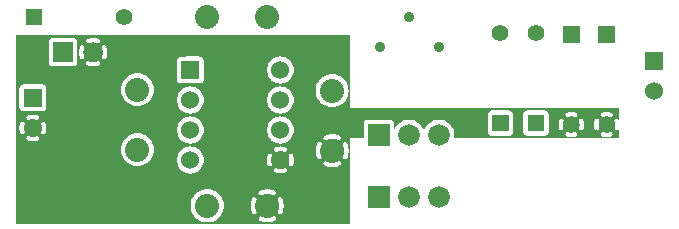
<source format=gbr>
G04 start of page 3 for group 1 idx 1 *
G04 Title: OpenTDCS, v4, solder *
G04 Creator: pcb 1.99z *
G04 CreationDate: Thu 18 Oct 2012 01:14:54 AM GMT UTC *
G04 For: nock *
G04 Format: Gerber/RS-274X *
G04 PCB-Dimensions (mil): 2250.00 850.00 *
G04 PCB-Coordinate-Origin: lower left *
%MOIN*%
%FSLAX25Y25*%
%LNBOTTOM*%
%ADD168C,0.0280*%
%ADD167C,0.0200*%
%ADD166C,0.0420*%
%ADD165C,0.0430*%
%ADD164C,0.0300*%
%ADD163C,0.0380*%
%ADD162C,0.0350*%
%ADD161C,0.0360*%
%ADD160C,0.0720*%
%ADD159C,0.0550*%
%ADD158C,0.0650*%
%ADD157C,0.0600*%
%ADD156C,0.0800*%
%ADD155C,0.0001*%
G54D155*G36*
X115157Y7244D02*X113745D01*
Y28680D01*
X113830Y28716D01*
X113931Y28778D01*
X114021Y28855D01*
X114097Y28945D01*
X114157Y29046D01*
X114374Y29515D01*
X114541Y30004D01*
X114661Y30507D01*
X114734Y31019D01*
X114758Y31535D01*
X114734Y32052D01*
X114661Y32564D01*
X114541Y33066D01*
X114374Y33556D01*
X114162Y34027D01*
X114101Y34129D01*
X114024Y34219D01*
X113934Y34296D01*
X113832Y34359D01*
X113745Y34395D01*
Y48340D01*
X114168Y49031D01*
X114499Y49831D01*
X114701Y50672D01*
X114752Y51535D01*
X114701Y52398D01*
X114499Y53240D01*
X114168Y54040D01*
X113745Y54731D01*
Y70236D01*
X115157D01*
Y7244D01*
G37*
G36*
X113745Y54731D02*X113715Y54778D01*
X113153Y55437D01*
X112495Y55999D01*
X111757Y56451D01*
X110957Y56782D01*
X110115Y56984D01*
X109254Y57052D01*
Y70236D01*
X113745D01*
Y54731D01*
G37*
G36*
Y7244D02*X109254D01*
Y26029D01*
X109768Y26054D01*
X110280Y26126D01*
X110783Y26246D01*
X111272Y26413D01*
X111744Y26625D01*
X111845Y26687D01*
X111936Y26764D01*
X112013Y26854D01*
X112075Y26955D01*
X112121Y27065D01*
X112149Y27180D01*
X112158Y27298D01*
X112149Y27417D01*
X112122Y27532D01*
X112076Y27642D01*
X112014Y27743D01*
X111937Y27834D01*
X111847Y27911D01*
X111746Y27973D01*
X111637Y28019D01*
X111521Y28047D01*
X111403Y28056D01*
X111284Y28047D01*
X111169Y28020D01*
X111060Y27972D01*
X110720Y27814D01*
X110364Y27693D01*
X109999Y27606D01*
X109627Y27553D01*
X109254Y27536D01*
Y35535D01*
X109627Y35518D01*
X109999Y35465D01*
X110364Y35378D01*
X110720Y35256D01*
X111062Y35102D01*
X111170Y35055D01*
X111285Y35028D01*
X111403Y35019D01*
X111520Y35028D01*
X111635Y35056D01*
X111744Y35101D01*
X111845Y35163D01*
X111934Y35240D01*
X112011Y35330D01*
X112072Y35431D01*
X112117Y35540D01*
X112145Y35655D01*
X112154Y35772D01*
X112144Y35890D01*
X112117Y36005D01*
X112071Y36114D01*
X112009Y36214D01*
X111933Y36304D01*
X111843Y36381D01*
X111741Y36440D01*
X111272Y36657D01*
X110783Y36824D01*
X110280Y36945D01*
X109768Y37017D01*
X109254Y37041D01*
Y46019D01*
X110115Y46086D01*
X110957Y46288D01*
X111757Y46620D01*
X112495Y47072D01*
X113153Y47634D01*
X113715Y48293D01*
X113745Y48340D01*
Y34395D01*
X113723Y34404D01*
X113607Y34432D01*
X113489Y34442D01*
X113371Y34433D01*
X113255Y34405D01*
X113145Y34360D01*
X113044Y34298D01*
X112954Y34221D01*
X112876Y34131D01*
X112814Y34030D01*
X112768Y33920D01*
X112741Y33805D01*
X112731Y33686D01*
X112740Y33568D01*
X112768Y33452D01*
X112815Y33344D01*
X112973Y33003D01*
X113094Y32648D01*
X113182Y32282D01*
X113234Y31911D01*
X113252Y31535D01*
X113234Y31160D01*
X113182Y30788D01*
X113094Y30423D01*
X112973Y30068D01*
X112819Y29725D01*
X112772Y29617D01*
X112745Y29502D01*
X112735Y29385D01*
X112745Y29267D01*
X112773Y29152D01*
X112818Y29043D01*
X112880Y28943D01*
X112957Y28853D01*
X113047Y28777D01*
X113147Y28715D01*
X113256Y28670D01*
X113371Y28643D01*
X113489Y28634D01*
X113607Y28643D01*
X113721Y28671D01*
X113745Y28680D01*
Y7244D01*
G37*
G36*
X104759Y70236D02*X109254D01*
Y57052D01*
X109252Y57052D01*
X108389Y56984D01*
X107547Y56782D01*
X106747Y56451D01*
X106009Y55999D01*
X105351Y55437D01*
X104789Y54778D01*
X104759Y54731D01*
Y70236D01*
G37*
G36*
X109254Y7244D02*X104759D01*
Y28676D01*
X104781Y28667D01*
X104897Y28639D01*
X105015Y28629D01*
X105133Y28638D01*
X105249Y28666D01*
X105359Y28711D01*
X105460Y28773D01*
X105550Y28850D01*
X105628Y28940D01*
X105690Y29041D01*
X105735Y29151D01*
X105763Y29266D01*
X105773Y29385D01*
X105764Y29503D01*
X105736Y29619D01*
X105689Y29727D01*
X105531Y30068D01*
X105410Y30423D01*
X105322Y30788D01*
X105270Y31160D01*
X105252Y31535D01*
X105270Y31911D01*
X105322Y32282D01*
X105410Y32648D01*
X105531Y33003D01*
X105685Y33346D01*
X105732Y33454D01*
X105759Y33569D01*
X105768Y33686D01*
X105759Y33804D01*
X105731Y33919D01*
X105686Y34028D01*
X105624Y34128D01*
X105547Y34218D01*
X105457Y34294D01*
X105357Y34356D01*
X105247Y34401D01*
X105133Y34428D01*
X105015Y34437D01*
X104897Y34428D01*
X104783Y34400D01*
X104759Y34390D01*
Y48340D01*
X104789Y48293D01*
X105351Y47634D01*
X106009Y47072D01*
X106747Y46620D01*
X107547Y46288D01*
X108389Y46086D01*
X109252Y46018D01*
X109254Y46019D01*
Y37041D01*
X109252Y37042D01*
X108736Y37017D01*
X108224Y36945D01*
X107721Y36824D01*
X107232Y36657D01*
X106760Y36445D01*
X106659Y36384D01*
X106568Y36307D01*
X106491Y36217D01*
X106429Y36116D01*
X106383Y36006D01*
X106355Y35891D01*
X106346Y35772D01*
X106355Y35654D01*
X106382Y35539D01*
X106428Y35429D01*
X106489Y35327D01*
X106566Y35237D01*
X106657Y35160D01*
X106758Y35098D01*
X106867Y35052D01*
X106983Y35024D01*
X107101Y35014D01*
X107220Y35024D01*
X107335Y35051D01*
X107444Y35098D01*
X107784Y35256D01*
X108140Y35378D01*
X108505Y35465D01*
X108877Y35518D01*
X109252Y35535D01*
X109254Y35535D01*
Y27536D01*
X109252Y27535D01*
X108877Y27553D01*
X108505Y27606D01*
X108140Y27693D01*
X107784Y27814D01*
X107442Y27968D01*
X107334Y28016D01*
X107219Y28043D01*
X107101Y28052D01*
X106984Y28042D01*
X106869Y28015D01*
X106760Y27969D01*
X106659Y27908D01*
X106570Y27831D01*
X106493Y27741D01*
X106432Y27640D01*
X106387Y27531D01*
X106359Y27416D01*
X106350Y27298D01*
X106360Y27181D01*
X106387Y27066D01*
X106433Y26957D01*
X106495Y26856D01*
X106571Y26767D01*
X106661Y26690D01*
X106763Y26631D01*
X107232Y26413D01*
X107721Y26246D01*
X108224Y26126D01*
X108736Y26054D01*
X109252Y26029D01*
X109254Y26029D01*
Y7244D01*
G37*
G36*
X104759D02*X95621D01*
Y26278D01*
X95664Y26285D01*
X95776Y26323D01*
X95881Y26377D01*
X95976Y26447D01*
X96058Y26531D01*
X96127Y26627D01*
X96178Y26734D01*
X96326Y27141D01*
X96430Y27562D01*
X96492Y27992D01*
X96513Y28425D01*
X96492Y28859D01*
X96430Y29288D01*
X96326Y29709D01*
X96183Y30119D01*
X96130Y30225D01*
X96061Y30322D01*
X95978Y30406D01*
X95882Y30476D01*
X95777Y30531D01*
X95665Y30569D01*
X95621Y30576D01*
Y35727D01*
X95660Y35772D01*
X96030Y36376D01*
X96301Y37030D01*
X96466Y37719D01*
X96508Y38425D01*
X96466Y39131D01*
X96301Y39820D01*
X96030Y40474D01*
X95660Y41078D01*
X95621Y41124D01*
Y45727D01*
X95660Y45772D01*
X96030Y46376D01*
X96301Y47030D01*
X96466Y47719D01*
X96508Y48425D01*
X96466Y49131D01*
X96301Y49820D01*
X96030Y50474D01*
X95660Y51078D01*
X95621Y51124D01*
Y55727D01*
X95660Y55772D01*
X96030Y56376D01*
X96301Y57030D01*
X96466Y57719D01*
X96508Y58425D01*
X96466Y59131D01*
X96301Y59820D01*
X96030Y60474D01*
X95660Y61078D01*
X95621Y61124D01*
Y70236D01*
X104759D01*
Y54731D01*
X104336Y54040D01*
X104005Y53240D01*
X103803Y52398D01*
X103735Y51535D01*
X103803Y50672D01*
X104005Y49831D01*
X104336Y49031D01*
X104759Y48340D01*
Y34390D01*
X104674Y34355D01*
X104573Y34293D01*
X104483Y34216D01*
X104407Y34126D01*
X104347Y34024D01*
X104130Y33556D01*
X103963Y33066D01*
X103843Y32564D01*
X103770Y32052D01*
X103746Y31535D01*
X103770Y31019D01*
X103843Y30507D01*
X103963Y30004D01*
X104130Y29515D01*
X104342Y29044D01*
X104403Y28942D01*
X104480Y28852D01*
X104570Y28774D01*
X104672Y28712D01*
X104759Y28676D01*
Y7244D01*
G37*
G36*
X95621Y61124D02*X95200Y61617D01*
X94661Y62077D01*
X94057Y62447D01*
X93403Y62718D01*
X92714Y62884D01*
X92008Y62939D01*
X92001Y62939D01*
Y70236D01*
X95621D01*
Y61124D01*
G37*
G36*
Y51124D02*X95200Y51617D01*
X94661Y52077D01*
X94057Y52447D01*
X93403Y52718D01*
X92714Y52884D01*
X92008Y52939D01*
X92001Y52939D01*
Y53912D01*
X92008Y53911D01*
X92714Y53967D01*
X93403Y54132D01*
X94057Y54403D01*
X94661Y54773D01*
X95200Y55233D01*
X95621Y55727D01*
Y51124D01*
G37*
G36*
Y41124D02*X95200Y41617D01*
X94661Y42077D01*
X94057Y42447D01*
X93403Y42718D01*
X92714Y42884D01*
X92008Y42939D01*
X92001Y42939D01*
Y43912D01*
X92008Y43911D01*
X92714Y43967D01*
X93403Y44132D01*
X94057Y44403D01*
X94661Y44773D01*
X95200Y45233D01*
X95621Y45727D01*
Y41124D01*
G37*
G36*
Y7244D02*X92001D01*
Y10269D01*
X92068Y10285D01*
X92177Y10330D01*
X92277Y10392D01*
X92367Y10469D01*
X92444Y10559D01*
X92503Y10661D01*
X92720Y11129D01*
X92887Y11619D01*
X93008Y12121D01*
X93080Y12633D01*
X93104Y13150D01*
X93080Y13666D01*
X93008Y14178D01*
X92887Y14681D01*
X92720Y15170D01*
X92508Y15641D01*
X92447Y15743D01*
X92370Y15833D01*
X92280Y15911D01*
X92179Y15973D01*
X92069Y16018D01*
X92001Y16035D01*
Y23920D01*
X92008Y23920D01*
X92441Y23941D01*
X92871Y24003D01*
X93292Y24107D01*
X93702Y24250D01*
X93808Y24303D01*
X93904Y24372D01*
X93989Y24455D01*
X94059Y24551D01*
X94114Y24656D01*
X94151Y24768D01*
X94171Y24885D01*
X94171Y25004D01*
X94154Y25121D01*
X94118Y25234D01*
X94065Y25340D01*
X93996Y25437D01*
X93913Y25521D01*
X93817Y25592D01*
X93712Y25646D01*
X93599Y25684D01*
X93482Y25703D01*
X93364Y25704D01*
X93247Y25686D01*
X93134Y25648D01*
X92863Y25550D01*
X92582Y25481D01*
X92296Y25439D01*
X92008Y25425D01*
X92001Y25426D01*
Y31425D01*
X92008Y31425D01*
X92296Y31411D01*
X92582Y31370D01*
X92863Y31301D01*
X93136Y31205D01*
X93247Y31167D01*
X93364Y31150D01*
X93482Y31151D01*
X93599Y31170D01*
X93711Y31207D01*
X93815Y31262D01*
X93910Y31332D01*
X93993Y31416D01*
X94062Y31512D01*
X94115Y31617D01*
X94150Y31730D01*
X94168Y31847D01*
X94167Y31965D01*
X94148Y32081D01*
X94111Y32193D01*
X94056Y32298D01*
X93986Y32393D01*
X93902Y32476D01*
X93806Y32544D01*
X93700Y32595D01*
X93292Y32744D01*
X92871Y32847D01*
X92441Y32910D01*
X92008Y32930D01*
X92001Y32930D01*
Y33912D01*
X92008Y33911D01*
X92714Y33967D01*
X93403Y34132D01*
X94057Y34403D01*
X94661Y34773D01*
X95200Y35233D01*
X95621Y35727D01*
Y30576D01*
X95548Y30588D01*
X95429Y30589D01*
X95312Y30571D01*
X95199Y30535D01*
X95093Y30482D01*
X94996Y30413D01*
X94912Y30330D01*
X94841Y30235D01*
X94787Y30129D01*
X94749Y30017D01*
X94730Y29900D01*
X94729Y29781D01*
X94747Y29664D01*
X94785Y29552D01*
X94883Y29280D01*
X94952Y29000D01*
X94994Y28714D01*
X95008Y28425D01*
X94994Y28137D01*
X94952Y27851D01*
X94883Y27570D01*
X94788Y27297D01*
X94750Y27186D01*
X94732Y27069D01*
X94733Y26951D01*
X94753Y26835D01*
X94790Y26723D01*
X94844Y26618D01*
X94914Y26523D01*
X94998Y26440D01*
X95094Y26371D01*
X95200Y26318D01*
X95313Y26283D01*
X95429Y26265D01*
X95547Y26266D01*
X95621Y26278D01*
Y7244D01*
G37*
G36*
X88395Y45727D02*X88816Y45233D01*
X89355Y44773D01*
X89959Y44403D01*
X90613Y44132D01*
X91302Y43967D01*
X92001Y43912D01*
Y42939D01*
X91302Y42884D01*
X90613Y42718D01*
X89959Y42447D01*
X89355Y42077D01*
X88816Y41617D01*
X88395Y41124D01*
Y45727D01*
G37*
G36*
Y55727D02*X88816Y55233D01*
X89355Y54773D01*
X89959Y54403D01*
X90613Y54132D01*
X91302Y53967D01*
X92001Y53912D01*
Y52939D01*
X91302Y52884D01*
X90613Y52718D01*
X89959Y52447D01*
X89355Y52077D01*
X88816Y51617D01*
X88395Y51124D01*
Y55727D01*
G37*
G36*
Y70236D02*X92001D01*
Y62939D01*
X91302Y62884D01*
X90613Y62718D01*
X89959Y62447D01*
X89355Y62077D01*
X88816Y61617D01*
X88395Y61124D01*
Y70236D01*
G37*
G36*
X92001Y7244D02*X88395D01*
Y7708D01*
X88627Y7740D01*
X89129Y7861D01*
X89619Y8028D01*
X90090Y8240D01*
X90192Y8301D01*
X90282Y8378D01*
X90359Y8468D01*
X90422Y8569D01*
X90467Y8679D01*
X90495Y8794D01*
X90505Y8913D01*
X90496Y9031D01*
X90468Y9146D01*
X90423Y9256D01*
X90361Y9358D01*
X90284Y9448D01*
X90194Y9525D01*
X90093Y9588D01*
X89983Y9633D01*
X89868Y9661D01*
X89749Y9671D01*
X89631Y9661D01*
X89515Y9634D01*
X89407Y9587D01*
X89066Y9429D01*
X88711Y9307D01*
X88395Y9232D01*
Y17067D01*
X88711Y16992D01*
X89066Y16871D01*
X89409Y16717D01*
X89517Y16670D01*
X89632Y16642D01*
X89749Y16633D01*
X89867Y16643D01*
X89982Y16670D01*
X90091Y16716D01*
X90191Y16777D01*
X90281Y16854D01*
X90357Y16944D01*
X90419Y17045D01*
X90464Y17154D01*
X90491Y17269D01*
X90500Y17387D01*
X90491Y17504D01*
X90463Y17619D01*
X90418Y17728D01*
X90356Y17829D01*
X90279Y17918D01*
X90189Y17995D01*
X90087Y18054D01*
X89619Y18272D01*
X89129Y18439D01*
X88627Y18559D01*
X88395Y18592D01*
Y26275D01*
X88468Y26262D01*
X88587Y26262D01*
X88704Y26279D01*
X88817Y26315D01*
X88923Y26368D01*
X89020Y26437D01*
X89104Y26520D01*
X89174Y26616D01*
X89229Y26721D01*
X89267Y26834D01*
X89286Y26951D01*
X89287Y27069D01*
X89269Y27187D01*
X89231Y27299D01*
X89132Y27570D01*
X89063Y27851D01*
X89022Y28137D01*
X89008Y28425D01*
X89022Y28714D01*
X89063Y29000D01*
X89132Y29280D01*
X89228Y29553D01*
X89266Y29665D01*
X89283Y29781D01*
X89282Y29899D01*
X89263Y30016D01*
X89226Y30128D01*
X89171Y30233D01*
X89101Y30328D01*
X89017Y30411D01*
X88921Y30479D01*
X88816Y30532D01*
X88703Y30568D01*
X88586Y30585D01*
X88468Y30584D01*
X88395Y30572D01*
Y35727D01*
X88816Y35233D01*
X89355Y34773D01*
X89959Y34403D01*
X90613Y34132D01*
X91302Y33967D01*
X92001Y33912D01*
Y32930D01*
X91574Y32910D01*
X91145Y32847D01*
X90724Y32744D01*
X90314Y32600D01*
X90208Y32547D01*
X90111Y32478D01*
X90027Y32395D01*
X89957Y32300D01*
X89902Y32194D01*
X89865Y32082D01*
X89845Y31965D01*
X89844Y31846D01*
X89862Y31729D01*
X89898Y31616D01*
X89951Y31510D01*
X90020Y31413D01*
X90103Y31329D01*
X90199Y31259D01*
X90304Y31204D01*
X90416Y31167D01*
X90533Y31147D01*
X90652Y31146D01*
X90769Y31164D01*
X90881Y31202D01*
X91153Y31301D01*
X91433Y31370D01*
X91719Y31411D01*
X92001Y31425D01*
Y25426D01*
X91719Y25439D01*
X91433Y25481D01*
X91153Y25550D01*
X90880Y25645D01*
X90768Y25683D01*
X90652Y25701D01*
X90534Y25700D01*
X90417Y25680D01*
X90305Y25643D01*
X90200Y25589D01*
X90105Y25519D01*
X90023Y25435D01*
X89954Y25339D01*
X89901Y25233D01*
X89865Y25121D01*
X89848Y25004D01*
X89849Y24886D01*
X89868Y24769D01*
X89905Y24657D01*
X89960Y24553D01*
X90030Y24458D01*
X90114Y24375D01*
X90210Y24306D01*
X90316Y24255D01*
X90724Y24107D01*
X91145Y24003D01*
X91574Y23941D01*
X92001Y23920D01*
Y16035D01*
X91954Y16046D01*
X91835Y16056D01*
X91717Y16047D01*
X91602Y16019D01*
X91492Y15974D01*
X91390Y15912D01*
X91300Y15835D01*
X91223Y15745D01*
X91161Y15644D01*
X91115Y15534D01*
X91087Y15419D01*
X91077Y15300D01*
X91087Y15182D01*
X91114Y15066D01*
X91161Y14958D01*
X91319Y14617D01*
X91441Y14262D01*
X91528Y13897D01*
X91581Y13525D01*
X91598Y13150D01*
X91581Y12774D01*
X91528Y12403D01*
X91441Y12037D01*
X91319Y11682D01*
X91165Y11339D01*
X91118Y11231D01*
X91091Y11117D01*
X91082Y10999D01*
X91091Y10881D01*
X91119Y10766D01*
X91164Y10657D01*
X91226Y10557D01*
X91303Y10467D01*
X91393Y10391D01*
X91494Y10329D01*
X91603Y10284D01*
X91718Y10257D01*
X91835Y10248D01*
X91953Y10257D01*
X92001Y10269D01*
Y7244D01*
G37*
G36*
X88395D02*X83106D01*
Y10290D01*
X83128Y10281D01*
X83243Y10253D01*
X83361Y10243D01*
X83480Y10252D01*
X83595Y10280D01*
X83705Y10325D01*
X83806Y10387D01*
X83897Y10464D01*
X83974Y10554D01*
X84036Y10655D01*
X84082Y10765D01*
X84110Y10880D01*
X84119Y10999D01*
X84110Y11117D01*
X84083Y11233D01*
X84035Y11341D01*
X83877Y11682D01*
X83756Y12037D01*
X83669Y12403D01*
X83616Y12774D01*
X83598Y13150D01*
X83616Y13525D01*
X83669Y13897D01*
X83756Y14262D01*
X83877Y14617D01*
X84031Y14960D01*
X84078Y15068D01*
X84106Y15183D01*
X84115Y15300D01*
X84105Y15418D01*
X84078Y15533D01*
X84032Y15642D01*
X83971Y15742D01*
X83894Y15832D01*
X83804Y15909D01*
X83703Y15970D01*
X83594Y16015D01*
X83479Y16042D01*
X83361Y16051D01*
X83244Y16042D01*
X83129Y16014D01*
X83106Y16005D01*
Y70236D01*
X88395D01*
Y61124D01*
X88356Y61078D01*
X87986Y60474D01*
X87715Y59820D01*
X87550Y59131D01*
X87494Y58425D01*
X87550Y57719D01*
X87715Y57030D01*
X87986Y56376D01*
X88356Y55772D01*
X88395Y55727D01*
Y51124D01*
X88356Y51078D01*
X87986Y50474D01*
X87715Y49820D01*
X87550Y49131D01*
X87494Y48425D01*
X87550Y47719D01*
X87715Y47030D01*
X87986Y46376D01*
X88356Y45772D01*
X88395Y45727D01*
Y41124D01*
X88356Y41078D01*
X87986Y40474D01*
X87715Y39820D01*
X87550Y39131D01*
X87494Y38425D01*
X87550Y37719D01*
X87715Y37030D01*
X87986Y36376D01*
X88356Y35772D01*
X88395Y35727D01*
Y30572D01*
X88352Y30565D01*
X88240Y30528D01*
X88135Y30473D01*
X88040Y30403D01*
X87957Y30319D01*
X87889Y30223D01*
X87838Y30117D01*
X87690Y29709D01*
X87586Y29288D01*
X87524Y28859D01*
X87503Y28425D01*
X87524Y27992D01*
X87586Y27562D01*
X87690Y27141D01*
X87833Y26732D01*
X87886Y26625D01*
X87955Y26529D01*
X88038Y26444D01*
X88133Y26374D01*
X88239Y26319D01*
X88351Y26282D01*
X88395Y26275D01*
Y18592D01*
X88115Y18631D01*
X87598Y18656D01*
X87082Y18631D01*
X86570Y18559D01*
X86067Y18439D01*
X85578Y18272D01*
X85107Y18060D01*
X85005Y17998D01*
X84915Y17921D01*
X84837Y17831D01*
X84775Y17730D01*
X84730Y17620D01*
X84702Y17505D01*
X84692Y17387D01*
X84701Y17268D01*
X84729Y17153D01*
X84774Y17043D01*
X84836Y16942D01*
X84913Y16851D01*
X85003Y16774D01*
X85104Y16712D01*
X85214Y16666D01*
X85329Y16638D01*
X85448Y16629D01*
X85566Y16638D01*
X85682Y16665D01*
X85790Y16713D01*
X86131Y16871D01*
X86486Y16992D01*
X86851Y17079D01*
X87223Y17132D01*
X87598Y17150D01*
X87974Y17132D01*
X88345Y17079D01*
X88395Y17067D01*
Y9232D01*
X88345Y9220D01*
X87974Y9167D01*
X87598Y9150D01*
X87223Y9167D01*
X86851Y9220D01*
X86486Y9307D01*
X86131Y9429D01*
X85788Y9583D01*
X85680Y9630D01*
X85565Y9657D01*
X85448Y9666D01*
X85330Y9657D01*
X85215Y9629D01*
X85106Y9584D01*
X85006Y9522D01*
X84916Y9445D01*
X84840Y9355D01*
X84778Y9254D01*
X84733Y9145D01*
X84706Y9030D01*
X84697Y8913D01*
X84706Y8795D01*
X84734Y8680D01*
X84779Y8571D01*
X84841Y8471D01*
X84918Y8381D01*
X85008Y8304D01*
X85109Y8245D01*
X85578Y8028D01*
X86067Y7861D01*
X86570Y7740D01*
X87082Y7668D01*
X87598Y7644D01*
X88115Y7668D01*
X88395Y7708D01*
Y7244D01*
G37*
G36*
X83106D02*X67590D01*
Y7633D01*
X67598Y7633D01*
X68461Y7701D01*
X69303Y7903D01*
X70103Y8234D01*
X70841Y8686D01*
X71500Y9249D01*
X72062Y9907D01*
X72514Y10645D01*
X72845Y11445D01*
X73047Y12287D01*
X73098Y13150D01*
X73047Y14013D01*
X72845Y14854D01*
X72514Y15654D01*
X72062Y16392D01*
X71500Y17051D01*
X70841Y17613D01*
X70103Y18065D01*
X69303Y18397D01*
X68461Y18599D01*
X67598Y18667D01*
X67590Y18666D01*
Y70236D01*
X83106D01*
Y16005D01*
X83020Y15969D01*
X82919Y15907D01*
X82830Y15830D01*
X82753Y15740D01*
X82694Y15639D01*
X82476Y15170D01*
X82309Y14681D01*
X82189Y14178D01*
X82117Y13666D01*
X82092Y13150D01*
X82117Y12633D01*
X82189Y12121D01*
X82309Y11619D01*
X82476Y11129D01*
X82688Y10658D01*
X82750Y10556D01*
X82827Y10466D01*
X82917Y10389D01*
X83018Y10326D01*
X83106Y10290D01*
Y7244D01*
G37*
G36*
X67590D02*X62008D01*
Y23911D01*
X62714Y23967D01*
X63403Y24132D01*
X64057Y24403D01*
X64661Y24773D01*
X65200Y25233D01*
X65660Y25772D01*
X66030Y26376D01*
X66301Y27030D01*
X66466Y27719D01*
X66508Y28425D01*
X66466Y29131D01*
X66301Y29820D01*
X66030Y30474D01*
X65660Y31078D01*
X65200Y31617D01*
X64661Y32077D01*
X64057Y32447D01*
X63403Y32718D01*
X62714Y32884D01*
X62008Y32939D01*
Y33911D01*
X62714Y33967D01*
X63403Y34132D01*
X64057Y34403D01*
X64661Y34773D01*
X65200Y35233D01*
X65660Y35772D01*
X66030Y36376D01*
X66301Y37030D01*
X66466Y37719D01*
X66508Y38425D01*
X66466Y39131D01*
X66301Y39820D01*
X66030Y40474D01*
X65660Y41078D01*
X65200Y41617D01*
X64661Y42077D01*
X64057Y42447D01*
X63403Y42718D01*
X62714Y42884D01*
X62008Y42939D01*
Y43911D01*
X62714Y43967D01*
X63403Y44132D01*
X64057Y44403D01*
X64661Y44773D01*
X65200Y45233D01*
X65660Y45772D01*
X66030Y46376D01*
X66301Y47030D01*
X66466Y47719D01*
X66508Y48425D01*
X66466Y49131D01*
X66301Y49820D01*
X66030Y50474D01*
X65660Y51078D01*
X65200Y51617D01*
X64661Y52077D01*
X64057Y52447D01*
X63403Y52718D01*
X62714Y52884D01*
X62008Y52939D01*
Y53932D01*
X65243Y53939D01*
X65473Y53994D01*
X65691Y54085D01*
X65892Y54208D01*
X66072Y54361D01*
X66225Y54541D01*
X66349Y54742D01*
X66439Y54960D01*
X66494Y55190D01*
X66508Y55425D01*
X66494Y61661D01*
X66439Y61890D01*
X66349Y62108D01*
X66225Y62310D01*
X66072Y62489D01*
X65892Y62642D01*
X65691Y62766D01*
X65473Y62856D01*
X65243Y62911D01*
X65008Y62925D01*
X62008Y62919D01*
Y70236D01*
X67590D01*
Y18666D01*
X66735Y18599D01*
X65894Y18397D01*
X65094Y18065D01*
X64356Y17613D01*
X63697Y17051D01*
X63135Y16392D01*
X62683Y15654D01*
X62351Y14854D01*
X62149Y14013D01*
X62081Y13150D01*
X62149Y12287D01*
X62351Y11445D01*
X62683Y10645D01*
X63135Y9907D01*
X63697Y9249D01*
X64356Y8686D01*
X65094Y8234D01*
X65894Y7903D01*
X66735Y7701D01*
X67590Y7633D01*
Y7244D01*
G37*
G36*
X62008D02*X44283D01*
Y26334D01*
X44291Y26333D01*
X45154Y26401D01*
X45996Y26603D01*
X46796Y26935D01*
X47534Y27387D01*
X48192Y27949D01*
X48755Y28608D01*
X49207Y29346D01*
X49538Y30146D01*
X49740Y30987D01*
X49791Y31850D01*
X49740Y32713D01*
X49538Y33555D01*
X49207Y34355D01*
X48755Y35093D01*
X48192Y35751D01*
X47534Y36314D01*
X46796Y36766D01*
X45996Y37097D01*
X45154Y37299D01*
X44291Y37367D01*
X44283Y37367D01*
Y46334D01*
X44291Y46333D01*
X45154Y46401D01*
X45996Y46603D01*
X46796Y46935D01*
X47534Y47387D01*
X48192Y47949D01*
X48755Y48608D01*
X49207Y49346D01*
X49538Y50146D01*
X49740Y50987D01*
X49791Y51850D01*
X49740Y52713D01*
X49538Y53555D01*
X49207Y54355D01*
X48755Y55093D01*
X48192Y55751D01*
X47534Y56314D01*
X46796Y56766D01*
X45996Y57097D01*
X45154Y57299D01*
X44291Y57367D01*
X44283Y57367D01*
Y70236D01*
X62008D01*
Y62919D01*
X58772Y62911D01*
X58543Y62856D01*
X58325Y62766D01*
X58123Y62642D01*
X57944Y62489D01*
X57791Y62310D01*
X57667Y62108D01*
X57577Y61890D01*
X57522Y61661D01*
X57508Y61425D01*
X57522Y55190D01*
X57577Y54960D01*
X57667Y54742D01*
X57791Y54541D01*
X57944Y54361D01*
X58123Y54208D01*
X58325Y54085D01*
X58543Y53994D01*
X58772Y53939D01*
X59008Y53925D01*
X62008Y53932D01*
Y52939D01*
X61302Y52884D01*
X60613Y52718D01*
X59959Y52447D01*
X59355Y52077D01*
X58816Y51617D01*
X58356Y51078D01*
X57986Y50474D01*
X57715Y49820D01*
X57550Y49131D01*
X57494Y48425D01*
X57550Y47719D01*
X57715Y47030D01*
X57986Y46376D01*
X58356Y45772D01*
X58816Y45233D01*
X59355Y44773D01*
X59959Y44403D01*
X60613Y44132D01*
X61302Y43967D01*
X62008Y43911D01*
Y42939D01*
X61302Y42884D01*
X60613Y42718D01*
X59959Y42447D01*
X59355Y42077D01*
X58816Y41617D01*
X58356Y41078D01*
X57986Y40474D01*
X57715Y39820D01*
X57550Y39131D01*
X57494Y38425D01*
X57550Y37719D01*
X57715Y37030D01*
X57986Y36376D01*
X58356Y35772D01*
X58816Y35233D01*
X59355Y34773D01*
X59959Y34403D01*
X60613Y34132D01*
X61302Y33967D01*
X62008Y33911D01*
Y32939D01*
X61302Y32884D01*
X60613Y32718D01*
X59959Y32447D01*
X59355Y32077D01*
X58816Y31617D01*
X58356Y31078D01*
X57986Y30474D01*
X57715Y29820D01*
X57550Y29131D01*
X57494Y28425D01*
X57550Y27719D01*
X57715Y27030D01*
X57986Y26376D01*
X58356Y25772D01*
X58816Y25233D01*
X59355Y24773D01*
X59959Y24403D01*
X60613Y24132D01*
X61302Y23967D01*
X62008Y23911D01*
Y7244D01*
G37*
G36*
X44283D02*X33438D01*
Y62001D01*
X33550Y62035D01*
X33656Y62087D01*
X33753Y62154D01*
X33837Y62236D01*
X33909Y62330D01*
X33962Y62436D01*
X34121Y62839D01*
X34238Y63256D01*
X34317Y63682D01*
X34356Y64114D01*
Y64547D01*
X34317Y64979D01*
X34238Y65405D01*
X34121Y65823D01*
X33966Y66228D01*
X33911Y66333D01*
X33840Y66427D01*
X33755Y66510D01*
X33658Y66578D01*
X33551Y66630D01*
X33438Y66664D01*
Y70236D01*
X44283D01*
Y57367D01*
X43428Y57299D01*
X42587Y57097D01*
X41787Y56766D01*
X41049Y56314D01*
X40390Y55751D01*
X39828Y55093D01*
X39376Y54355D01*
X39044Y53555D01*
X38842Y52713D01*
X38774Y51850D01*
X38842Y50987D01*
X39044Y50146D01*
X39376Y49346D01*
X39828Y48608D01*
X40390Y47949D01*
X41049Y47387D01*
X41787Y46935D01*
X42587Y46603D01*
X43428Y46401D01*
X44283Y46334D01*
Y37367D01*
X43428Y37299D01*
X42587Y37097D01*
X41787Y36766D01*
X41049Y36314D01*
X40390Y35751D01*
X39828Y35093D01*
X39376Y34355D01*
X39044Y33555D01*
X38842Y32713D01*
X38774Y31850D01*
X38842Y30987D01*
X39044Y30146D01*
X39376Y29346D01*
X39828Y28608D01*
X40390Y27949D01*
X41049Y27387D01*
X41787Y26935D01*
X42587Y26603D01*
X43428Y26401D01*
X44283Y26334D01*
Y7244D01*
G37*
G36*
X33438D02*X29608D01*
Y59581D01*
X29823D01*
X30255Y59620D01*
X30681Y59699D01*
X31098Y59816D01*
X31503Y59971D01*
X31608Y60026D01*
X31703Y60097D01*
X31785Y60182D01*
X31853Y60279D01*
X31905Y60386D01*
X31940Y60499D01*
X31957Y60617D01*
X31954Y60735D01*
X31934Y60852D01*
X31895Y60964D01*
X31839Y61069D01*
X31768Y61164D01*
X31683Y61246D01*
X31586Y61314D01*
X31479Y61366D01*
X31366Y61401D01*
X31248Y61417D01*
X31130Y61415D01*
X31013Y61394D01*
X30902Y61354D01*
X30626Y61245D01*
X30341Y61165D01*
X30050Y61111D01*
X29754Y61084D01*
X29608D01*
Y67577D01*
X29754D01*
X30050Y67550D01*
X30341Y67497D01*
X30626Y67417D01*
X30903Y67311D01*
X31014Y67270D01*
X31130Y67250D01*
X31248Y67248D01*
X31365Y67264D01*
X31478Y67299D01*
X31584Y67350D01*
X31681Y67418D01*
X31766Y67500D01*
X31837Y67594D01*
X31892Y67698D01*
X31930Y67810D01*
X31951Y67926D01*
X31953Y68044D01*
X31937Y68161D01*
X31902Y68274D01*
X31850Y68380D01*
X31783Y68477D01*
X31701Y68562D01*
X31607Y68633D01*
X31501Y68686D01*
X31098Y68845D01*
X30681Y68963D01*
X30255Y69041D01*
X29823Y69081D01*
X29608D01*
Y70236D01*
X33438D01*
Y66664D01*
X33438Y66664D01*
X33320Y66681D01*
X33202Y66679D01*
X33085Y66658D01*
X32973Y66620D01*
X32868Y66564D01*
X32773Y66492D01*
X32691Y66407D01*
X32623Y66310D01*
X32571Y66203D01*
X32536Y66090D01*
X32520Y65973D01*
X32522Y65854D01*
X32543Y65737D01*
X32583Y65626D01*
X32692Y65351D01*
X32772Y65065D01*
X32826Y64774D01*
X32853Y64479D01*
Y64183D01*
X32826Y63887D01*
X32772Y63596D01*
X32692Y63311D01*
X32586Y63034D01*
X32546Y62923D01*
X32525Y62807D01*
X32523Y62689D01*
X32540Y62572D01*
X32574Y62459D01*
X32626Y62353D01*
X32694Y62256D01*
X32776Y62171D01*
X32870Y62100D01*
X32974Y62045D01*
X33086Y62007D01*
X33202Y61986D01*
X33320Y61984D01*
X33437Y62000D01*
X33438Y62001D01*
Y7244D01*
G37*
G36*
X29608D02*X25775D01*
Y61997D01*
X25775Y61997D01*
X25893Y61981D01*
X26011Y61983D01*
X26128Y62003D01*
X26240Y62042D01*
X26345Y62098D01*
X26439Y62169D01*
X26522Y62254D01*
X26590Y62351D01*
X26642Y62458D01*
X26676Y62571D01*
X26693Y62689D01*
X26691Y62807D01*
X26670Y62924D01*
X26629Y63035D01*
X26520Y63311D01*
X26440Y63596D01*
X26387Y63887D01*
X26360Y64183D01*
Y64479D01*
X26387Y64774D01*
X26440Y65065D01*
X26520Y65351D01*
X26626Y65627D01*
X26667Y65738D01*
X26687Y65854D01*
X26689Y65972D01*
X26673Y66089D01*
X26638Y66202D01*
X26587Y66308D01*
X26519Y66405D01*
X26437Y66490D01*
X26343Y66561D01*
X26239Y66616D01*
X26127Y66655D01*
X26011Y66675D01*
X25893Y66678D01*
X25776Y66661D01*
X25775Y66661D01*
Y70236D01*
X29608D01*
Y69081D01*
X29390D01*
X28958Y69041D01*
X28532Y68963D01*
X28114Y68845D01*
X27709Y68691D01*
X27604Y68636D01*
X27510Y68564D01*
X27427Y68479D01*
X27359Y68382D01*
X27307Y68275D01*
X27273Y68162D01*
X27256Y68045D01*
X27258Y67926D01*
X27279Y67809D01*
X27317Y67697D01*
X27373Y67592D01*
X27445Y67498D01*
X27530Y67415D01*
X27627Y67347D01*
X27734Y67295D01*
X27847Y67261D01*
X27964Y67244D01*
X28083Y67246D01*
X28200Y67267D01*
X28311Y67308D01*
X28586Y67417D01*
X28872Y67497D01*
X29163Y67550D01*
X29458Y67577D01*
X29608D01*
Y61084D01*
X29458D01*
X29163Y61111D01*
X28872Y61165D01*
X28586Y61245D01*
X28310Y61351D01*
X28199Y61391D01*
X28083Y61412D01*
X27965Y61414D01*
X27848Y61397D01*
X27735Y61363D01*
X27629Y61311D01*
X27532Y61243D01*
X27447Y61161D01*
X27376Y61067D01*
X27321Y60963D01*
X27282Y60851D01*
X27262Y60735D01*
X27259Y60617D01*
X27276Y60500D01*
X27310Y60387D01*
X27362Y60281D01*
X27430Y60184D01*
X27512Y60100D01*
X27606Y60028D01*
X27711Y59975D01*
X28114Y59816D01*
X28532Y59699D01*
X28958Y59620D01*
X29390Y59581D01*
X29608D01*
Y7244D01*
G37*
G36*
X25775D02*X19606D01*
Y59587D01*
X23092Y59595D01*
X23321Y59650D01*
X23539Y59740D01*
X23741Y59863D01*
X23920Y60017D01*
X24074Y60196D01*
X24197Y60398D01*
X24287Y60616D01*
X24342Y60845D01*
X24356Y61081D01*
X24342Y67816D01*
X24287Y68046D01*
X24197Y68264D01*
X24074Y68465D01*
X23920Y68645D01*
X23741Y68798D01*
X23539Y68921D01*
X23321Y69012D01*
X23092Y69067D01*
X22856Y69081D01*
X19606Y69074D01*
Y70236D01*
X25775D01*
Y66661D01*
X25663Y66627D01*
X25557Y66575D01*
X25460Y66507D01*
X25375Y66425D01*
X25304Y66331D01*
X25251Y66226D01*
X25092Y65823D01*
X24974Y65405D01*
X24896Y64979D01*
X24856Y64547D01*
Y64114D01*
X24896Y63682D01*
X24974Y63256D01*
X25092Y62839D01*
X25246Y62434D01*
X25301Y62329D01*
X25373Y62234D01*
X25458Y62152D01*
X25555Y62084D01*
X25662Y62032D01*
X25775Y61997D01*
Y7244D01*
G37*
G36*
X19606D02*X13121D01*
Y36948D01*
X13164Y36955D01*
X13276Y36992D01*
X13381Y37046D01*
X13476Y37117D01*
X13558Y37201D01*
X13627Y37297D01*
X13678Y37403D01*
X13826Y37811D01*
X13930Y38232D01*
X13992Y38661D01*
X14013Y39095D01*
X13992Y39528D01*
X13930Y39958D01*
X13826Y40379D01*
X13683Y40788D01*
X13630Y40895D01*
X13561Y40991D01*
X13478Y41076D01*
X13382Y41146D01*
X13277Y41201D01*
X13165Y41238D01*
X13121Y41245D01*
Y44725D01*
X13191Y44754D01*
X13392Y44878D01*
X13572Y45031D01*
X13725Y45210D01*
X13849Y45412D01*
X13939Y45630D01*
X13994Y45859D01*
X14008Y46095D01*
X13994Y52330D01*
X13939Y52560D01*
X13849Y52778D01*
X13725Y52979D01*
X13572Y53159D01*
X13392Y53312D01*
X13191Y53435D01*
X13121Y53464D01*
Y70236D01*
X19606D01*
Y69074D01*
X16121Y69067D01*
X15891Y69012D01*
X15673Y68921D01*
X15472Y68798D01*
X15292Y68645D01*
X15139Y68465D01*
X15016Y68264D01*
X14925Y68046D01*
X14870Y67816D01*
X14856Y67581D01*
X14870Y60845D01*
X14925Y60616D01*
X15016Y60398D01*
X15139Y60196D01*
X15292Y60017D01*
X15472Y59863D01*
X15673Y59740D01*
X15891Y59650D01*
X16121Y59595D01*
X16356Y59581D01*
X19606Y59587D01*
Y7244D01*
G37*
G36*
X13121Y53464D02*X12973Y53526D01*
X12743Y53581D01*
X12508Y53595D01*
X9508Y53588D01*
Y70236D01*
X13121D01*
Y53464D01*
G37*
G36*
Y7244D02*X9508D01*
Y34590D01*
X9941Y34610D01*
X10371Y34673D01*
X10792Y34776D01*
X11202Y34920D01*
X11308Y34973D01*
X11404Y35042D01*
X11489Y35125D01*
X11559Y35220D01*
X11614Y35326D01*
X11651Y35438D01*
X11671Y35555D01*
X11672Y35674D01*
X11654Y35791D01*
X11618Y35904D01*
X11565Y36010D01*
X11496Y36106D01*
X11413Y36191D01*
X11317Y36261D01*
X11212Y36316D01*
X11099Y36353D01*
X10982Y36373D01*
X10864Y36374D01*
X10747Y36356D01*
X10634Y36318D01*
X10363Y36219D01*
X10082Y36150D01*
X9796Y36109D01*
X9508Y36095D01*
Y42095D01*
X9796Y42081D01*
X10082Y42039D01*
X10363Y41970D01*
X10636Y41875D01*
X10747Y41837D01*
X10864Y41819D01*
X10982Y41820D01*
X11099Y41839D01*
X11211Y41877D01*
X11315Y41931D01*
X11410Y42001D01*
X11493Y42085D01*
X11562Y42181D01*
X11615Y42287D01*
X11650Y42399D01*
X11668Y42516D01*
X11667Y42634D01*
X11648Y42751D01*
X11611Y42863D01*
X11556Y42967D01*
X11486Y43062D01*
X11402Y43145D01*
X11306Y43214D01*
X11200Y43265D01*
X10792Y43413D01*
X10371Y43517D01*
X9941Y43579D01*
X9508Y43600D01*
Y44601D01*
X12743Y44609D01*
X12973Y44664D01*
X13121Y44725D01*
Y41245D01*
X13048Y41258D01*
X12929Y41258D01*
X12812Y41241D01*
X12699Y41205D01*
X12593Y41152D01*
X12496Y41083D01*
X12412Y41000D01*
X12341Y40904D01*
X12287Y40799D01*
X12249Y40686D01*
X12230Y40569D01*
X12229Y40451D01*
X12247Y40333D01*
X12285Y40221D01*
X12383Y39950D01*
X12452Y39669D01*
X12494Y39383D01*
X12508Y39095D01*
X12494Y38806D01*
X12452Y38520D01*
X12383Y38240D01*
X12288Y37967D01*
X12250Y37855D01*
X12232Y37739D01*
X12233Y37621D01*
X12253Y37504D01*
X12290Y37392D01*
X12344Y37287D01*
X12414Y37192D01*
X12498Y37109D01*
X12594Y37041D01*
X12700Y36988D01*
X12813Y36952D01*
X12929Y36935D01*
X13047Y36936D01*
X13121Y36948D01*
Y7244D01*
G37*
G36*
X5895Y70236D02*X9508D01*
Y53588D01*
X6273Y53581D01*
X6043Y53526D01*
X5895Y53464D01*
Y70236D01*
G37*
G36*
X9508Y7244D02*X5895D01*
Y36944D01*
X5968Y36932D01*
X6087Y36931D01*
X6204Y36949D01*
X6317Y36985D01*
X6423Y37038D01*
X6520Y37107D01*
X6604Y37190D01*
X6674Y37285D01*
X6729Y37391D01*
X6767Y37503D01*
X6786Y37620D01*
X6787Y37739D01*
X6769Y37856D01*
X6731Y37968D01*
X6632Y38240D01*
X6563Y38520D01*
X6522Y38806D01*
X6508Y39095D01*
X6522Y39383D01*
X6563Y39669D01*
X6632Y39950D01*
X6728Y40223D01*
X6766Y40334D01*
X6783Y40451D01*
X6782Y40569D01*
X6763Y40685D01*
X6726Y40797D01*
X6672Y40902D01*
X6601Y40997D01*
X6517Y41080D01*
X6421Y41149D01*
X6316Y41202D01*
X6203Y41237D01*
X6086Y41255D01*
X5968Y41254D01*
X5895Y41242D01*
Y44725D01*
X6043Y44664D01*
X6273Y44609D01*
X6508Y44595D01*
X9508Y44601D01*
Y43600D01*
X9074Y43579D01*
X8645Y43517D01*
X8224Y43413D01*
X7814Y43270D01*
X7708Y43217D01*
X7612Y43148D01*
X7527Y43065D01*
X7457Y42969D01*
X7402Y42864D01*
X7365Y42752D01*
X7345Y42635D01*
X7344Y42516D01*
X7362Y42399D01*
X7398Y42286D01*
X7451Y42180D01*
X7520Y42083D01*
X7603Y41999D01*
X7699Y41928D01*
X7804Y41874D01*
X7916Y41836D01*
X8033Y41817D01*
X8152Y41816D01*
X8269Y41834D01*
X8381Y41871D01*
X8653Y41970D01*
X8933Y42039D01*
X9219Y42081D01*
X9508Y42095D01*
Y36095D01*
X9219Y36109D01*
X8933Y36150D01*
X8653Y36219D01*
X8380Y36315D01*
X8268Y36353D01*
X8152Y36370D01*
X8034Y36369D01*
X7917Y36350D01*
X7805Y36313D01*
X7700Y36258D01*
X7605Y36188D01*
X7523Y36104D01*
X7454Y36008D01*
X7401Y35903D01*
X7365Y35790D01*
X7348Y35673D01*
X7349Y35555D01*
X7368Y35439D01*
X7405Y35327D01*
X7460Y35222D01*
X7530Y35127D01*
X7614Y35044D01*
X7710Y34976D01*
X7816Y34925D01*
X8224Y34776D01*
X8645Y34673D01*
X9074Y34610D01*
X9508Y34590D01*
X9508D01*
Y7244D01*
G37*
G36*
X5895D02*X3937D01*
Y70236D01*
X5895D01*
Y53464D01*
X5825Y53435D01*
X5623Y53312D01*
X5444Y53159D01*
X5291Y52979D01*
X5167Y52778D01*
X5077Y52560D01*
X5022Y52330D01*
X5008Y52095D01*
X5022Y45859D01*
X5077Y45630D01*
X5167Y45412D01*
X5291Y45210D01*
X5444Y45031D01*
X5623Y44878D01*
X5825Y44754D01*
X5895Y44725D01*
Y41242D01*
X5852Y41235D01*
X5740Y41197D01*
X5635Y41143D01*
X5540Y41073D01*
X5457Y40989D01*
X5389Y40893D01*
X5338Y40786D01*
X5190Y40379D01*
X5086Y39958D01*
X5024Y39528D01*
X5003Y39095D01*
X5024Y38661D01*
X5086Y38232D01*
X5190Y37811D01*
X5333Y37401D01*
X5386Y37295D01*
X5455Y37198D01*
X5538Y37114D01*
X5633Y37044D01*
X5739Y36989D01*
X5851Y36951D01*
X5895Y36944D01*
Y7244D01*
G37*
G36*
X200789Y45630D02*X204724D01*
Y41830D01*
X204658Y41928D01*
X204578Y42015D01*
X204484Y42088D01*
X204381Y42146D01*
X204269Y42186D01*
X204153Y42209D01*
X204035Y42213D01*
X203917Y42199D01*
X203803Y42166D01*
X203696Y42116D01*
X203597Y42050D01*
X203511Y41969D01*
X203438Y41876D01*
X203380Y41773D01*
X203340Y41661D01*
X203317Y41545D01*
X203313Y41427D01*
X203327Y41309D01*
X203362Y41196D01*
X203440Y40963D01*
X203494Y40724D01*
X203526Y40481D01*
X203537Y40236D01*
X203526Y39991D01*
X203494Y39748D01*
X203440Y39509D01*
X203364Y39276D01*
X203330Y39163D01*
X203315Y39046D01*
X203320Y38928D01*
X203342Y38812D01*
X203383Y38701D01*
X203440Y38598D01*
X203513Y38505D01*
X203599Y38424D01*
X203697Y38359D01*
X203804Y38309D01*
X203918Y38276D01*
X204035Y38262D01*
X204153Y38266D01*
X204269Y38289D01*
X204380Y38329D01*
X204483Y38387D01*
X204576Y38459D01*
X204656Y38546D01*
X204722Y38644D01*
X204724Y38649D01*
Y35787D01*
X200789D01*
Y35982D01*
X201166Y35999D01*
X201542Y36050D01*
X201912Y36133D01*
X202273Y36250D01*
X202381Y36299D01*
X202479Y36365D01*
X202566Y36446D01*
X202639Y36539D01*
X202697Y36643D01*
X202737Y36754D01*
X202760Y36870D01*
X202764Y36989D01*
X202750Y37107D01*
X202717Y37220D01*
X202667Y37328D01*
X202601Y37426D01*
X202521Y37513D01*
X202427Y37586D01*
X202324Y37643D01*
X202212Y37684D01*
X202096Y37707D01*
X201978Y37711D01*
X201860Y37697D01*
X201747Y37662D01*
X201515Y37584D01*
X201275Y37530D01*
X201032Y37497D01*
X200789Y37486D01*
Y42986D01*
X201032Y42975D01*
X201275Y42943D01*
X201515Y42888D01*
X201748Y42813D01*
X201861Y42778D01*
X201978Y42764D01*
X202096Y42768D01*
X202212Y42791D01*
X202323Y42831D01*
X202426Y42889D01*
X202519Y42962D01*
X202599Y43048D01*
X202665Y43146D01*
X202715Y43253D01*
X202747Y43366D01*
X202762Y43484D01*
X202757Y43602D01*
X202735Y43718D01*
X202694Y43828D01*
X202637Y43932D01*
X202564Y44025D01*
X202478Y44105D01*
X202380Y44171D01*
X202272Y44219D01*
X201912Y44339D01*
X201542Y44423D01*
X201166Y44474D01*
X200789Y44490D01*
Y45630D01*
G37*
G36*
X197398D02*X200789D01*
Y44490D01*
X200787Y44490D01*
X200408Y44474D01*
X200032Y44423D01*
X199662Y44339D01*
X199301Y44222D01*
X199194Y44173D01*
X199095Y44107D01*
X199009Y44026D01*
X198936Y43933D01*
X198878Y43830D01*
X198837Y43718D01*
X198815Y43602D01*
X198810Y43484D01*
X198825Y43366D01*
X198857Y43252D01*
X198907Y43145D01*
X198973Y43046D01*
X199054Y42960D01*
X199147Y42887D01*
X199251Y42829D01*
X199362Y42788D01*
X199479Y42766D01*
X199597Y42761D01*
X199715Y42776D01*
X199828Y42810D01*
X200060Y42888D01*
X200299Y42943D01*
X200542Y42975D01*
X200787Y42986D01*
X200789Y42986D01*
Y37486D01*
X200787Y37486D01*
X200542Y37497D01*
X200299Y37530D01*
X200060Y37584D01*
X199827Y37659D01*
X199714Y37694D01*
X199597Y37708D01*
X199479Y37704D01*
X199363Y37681D01*
X199252Y37641D01*
X199149Y37584D01*
X199056Y37511D01*
X198976Y37424D01*
X198910Y37327D01*
X198860Y37219D01*
X198827Y37106D01*
X198813Y36989D01*
X198817Y36871D01*
X198840Y36755D01*
X198881Y36644D01*
X198938Y36541D01*
X199011Y36448D01*
X199097Y36367D01*
X199195Y36302D01*
X199303Y36254D01*
X199662Y36133D01*
X200032Y36050D01*
X200408Y35999D01*
X200787Y35982D01*
X200789Y35982D01*
Y35787D01*
X197398D01*
Y38268D01*
X197422Y38264D01*
X197540Y38259D01*
X197658Y38274D01*
X197772Y38306D01*
X197879Y38356D01*
X197977Y38422D01*
X198064Y38503D01*
X198137Y38596D01*
X198195Y38700D01*
X198235Y38811D01*
X198258Y38927D01*
X198262Y39046D01*
X198248Y39163D01*
X198213Y39277D01*
X198135Y39509D01*
X198081Y39748D01*
X198048Y39991D01*
X198037Y40236D01*
X198048Y40481D01*
X198081Y40724D01*
X198135Y40963D01*
X198211Y41197D01*
X198245Y41310D01*
X198259Y41427D01*
X198255Y41545D01*
X198233Y41661D01*
X198192Y41771D01*
X198135Y41875D01*
X198062Y41968D01*
X197976Y42048D01*
X197878Y42114D01*
X197771Y42164D01*
X197657Y42196D01*
X197540Y42210D01*
X197422Y42206D01*
X197398Y42201D01*
Y45630D01*
G37*
G36*
X192366D02*X197398D01*
Y42201D01*
X197306Y42184D01*
X197195Y42143D01*
X197092Y42086D01*
X196999Y42013D01*
X196919Y41927D01*
X196853Y41829D01*
X196805Y41721D01*
X196685Y41361D01*
X196601Y40991D01*
X196550Y40615D01*
X196533Y40236D01*
X196550Y39857D01*
X196601Y39481D01*
X196685Y39111D01*
X196801Y38750D01*
X196850Y38642D01*
X196916Y38544D01*
X196997Y38457D01*
X197091Y38384D01*
X197194Y38327D01*
X197305Y38286D01*
X197398Y38268D01*
Y35787D01*
X192366D01*
Y38271D01*
X192458Y38289D01*
X192569Y38329D01*
X192672Y38387D01*
X192765Y38459D01*
X192845Y38546D01*
X192911Y38644D01*
X192959Y38752D01*
X193079Y39111D01*
X193163Y39481D01*
X193214Y39857D01*
X193231Y40236D01*
X193214Y40615D01*
X193163Y40991D01*
X193079Y41361D01*
X192963Y41722D01*
X192913Y41830D01*
X192847Y41928D01*
X192767Y42015D01*
X192673Y42088D01*
X192570Y42146D01*
X192458Y42186D01*
X192366Y42204D01*
Y45630D01*
G37*
G36*
X188978D02*X192366D01*
Y42204D01*
X192342Y42209D01*
X192224Y42213D01*
X192106Y42199D01*
X191992Y42166D01*
X191885Y42116D01*
X191786Y42050D01*
X191700Y41969D01*
X191627Y41876D01*
X191569Y41773D01*
X191529Y41661D01*
X191506Y41545D01*
X191502Y41427D01*
X191516Y41309D01*
X191551Y41196D01*
X191628Y40963D01*
X191683Y40724D01*
X191715Y40481D01*
X191726Y40236D01*
X191715Y39991D01*
X191683Y39748D01*
X191628Y39509D01*
X191553Y39276D01*
X191519Y39163D01*
X191504Y39046D01*
X191509Y38928D01*
X191531Y38812D01*
X191572Y38701D01*
X191629Y38598D01*
X191702Y38505D01*
X191788Y38424D01*
X191886Y38359D01*
X191993Y38309D01*
X192107Y38276D01*
X192224Y38262D01*
X192342Y38266D01*
X192366Y38271D01*
Y35787D01*
X188978D01*
Y35982D01*
X189355Y35999D01*
X189731Y36050D01*
X190101Y36133D01*
X190462Y36250D01*
X190570Y36299D01*
X190668Y36365D01*
X190755Y36446D01*
X190828Y36539D01*
X190886Y36643D01*
X190926Y36754D01*
X190949Y36870D01*
X190953Y36989D01*
X190939Y37107D01*
X190906Y37220D01*
X190856Y37328D01*
X190790Y37426D01*
X190710Y37513D01*
X190616Y37586D01*
X190513Y37643D01*
X190401Y37684D01*
X190285Y37707D01*
X190167Y37711D01*
X190049Y37697D01*
X189936Y37662D01*
X189704Y37584D01*
X189464Y37530D01*
X189221Y37497D01*
X188978Y37486D01*
Y42986D01*
X189221Y42975D01*
X189464Y42943D01*
X189704Y42888D01*
X189937Y42813D01*
X190050Y42778D01*
X190167Y42764D01*
X190285Y42768D01*
X190401Y42791D01*
X190512Y42831D01*
X190615Y42889D01*
X190708Y42962D01*
X190788Y43048D01*
X190854Y43146D01*
X190904Y43253D01*
X190936Y43366D01*
X190951Y43484D01*
X190946Y43602D01*
X190924Y43718D01*
X190883Y43828D01*
X190826Y43932D01*
X190753Y44025D01*
X190667Y44105D01*
X190569Y44171D01*
X190461Y44219D01*
X190101Y44339D01*
X189731Y44423D01*
X189355Y44474D01*
X188978Y44490D01*
Y45630D01*
G37*
G36*
X185587D02*X188978D01*
Y44490D01*
X188976Y44490D01*
X188597Y44474D01*
X188221Y44423D01*
X187851Y44339D01*
X187490Y44222D01*
X187383Y44173D01*
X187284Y44107D01*
X187198Y44026D01*
X187125Y43933D01*
X187067Y43830D01*
X187026Y43718D01*
X187004Y43602D01*
X186999Y43484D01*
X187014Y43366D01*
X187046Y43252D01*
X187096Y43145D01*
X187162Y43046D01*
X187243Y42960D01*
X187336Y42887D01*
X187440Y42829D01*
X187551Y42788D01*
X187668Y42766D01*
X187786Y42761D01*
X187904Y42776D01*
X188017Y42810D01*
X188249Y42888D01*
X188488Y42943D01*
X188731Y42975D01*
X188976Y42986D01*
X188978Y42986D01*
Y37486D01*
X188976Y37486D01*
X188731Y37497D01*
X188488Y37530D01*
X188249Y37584D01*
X188016Y37659D01*
X187903Y37694D01*
X187786Y37708D01*
X187668Y37704D01*
X187552Y37681D01*
X187441Y37641D01*
X187338Y37584D01*
X187245Y37511D01*
X187165Y37424D01*
X187099Y37327D01*
X187049Y37219D01*
X187016Y37106D01*
X187002Y36989D01*
X187006Y36871D01*
X187029Y36755D01*
X187070Y36644D01*
X187127Y36541D01*
X187200Y36448D01*
X187286Y36367D01*
X187384Y36302D01*
X187492Y36254D01*
X187851Y36133D01*
X188221Y36050D01*
X188597Y35999D01*
X188976Y35982D01*
X188978Y35982D01*
Y35787D01*
X185587D01*
Y38268D01*
X185611Y38264D01*
X185729Y38259D01*
X185847Y38274D01*
X185961Y38306D01*
X186068Y38356D01*
X186166Y38422D01*
X186253Y38503D01*
X186326Y38596D01*
X186384Y38700D01*
X186424Y38811D01*
X186447Y38927D01*
X186451Y39046D01*
X186437Y39163D01*
X186402Y39277D01*
X186324Y39509D01*
X186270Y39748D01*
X186237Y39991D01*
X186226Y40236D01*
X186237Y40481D01*
X186270Y40724D01*
X186324Y40963D01*
X186400Y41197D01*
X186434Y41310D01*
X186448Y41427D01*
X186444Y41545D01*
X186422Y41661D01*
X186381Y41771D01*
X186324Y41875D01*
X186251Y41968D01*
X186165Y42048D01*
X186067Y42114D01*
X185960Y42164D01*
X185846Y42196D01*
X185729Y42210D01*
X185611Y42206D01*
X185587Y42201D01*
Y45630D01*
G37*
G36*
X177165D02*X185587D01*
Y42201D01*
X185495Y42184D01*
X185384Y42143D01*
X185281Y42086D01*
X185188Y42013D01*
X185108Y41927D01*
X185042Y41829D01*
X184994Y41721D01*
X184874Y41361D01*
X184790Y40991D01*
X184739Y40615D01*
X184722Y40236D01*
X184739Y39857D01*
X184790Y39481D01*
X184874Y39111D01*
X184990Y38750D01*
X185039Y38642D01*
X185105Y38544D01*
X185186Y38457D01*
X185279Y38384D01*
X185383Y38327D01*
X185494Y38286D01*
X185587Y38268D01*
Y35787D01*
X177165D01*
Y36465D01*
X180151Y36473D01*
X180380Y36528D01*
X180598Y36618D01*
X180800Y36741D01*
X180979Y36895D01*
X181133Y37074D01*
X181256Y37276D01*
X181346Y37494D01*
X181401Y37723D01*
X181415Y37959D01*
X181401Y43694D01*
X181346Y43924D01*
X181256Y44142D01*
X181133Y44343D01*
X180979Y44523D01*
X180800Y44676D01*
X180598Y44799D01*
X180380Y44890D01*
X180151Y44945D01*
X179915Y44959D01*
X177165Y44952D01*
Y45630D01*
G37*
G36*
X165354D02*X177165D01*
Y44952D01*
X174180Y44945D01*
X173950Y44890D01*
X173732Y44799D01*
X173531Y44676D01*
X173351Y44523D01*
X173198Y44343D01*
X173075Y44142D01*
X172984Y43924D01*
X172929Y43694D01*
X172915Y43459D01*
X172929Y37723D01*
X172984Y37494D01*
X173075Y37276D01*
X173198Y37074D01*
X173351Y36895D01*
X173531Y36741D01*
X173732Y36618D01*
X173950Y36528D01*
X174180Y36473D01*
X174415Y36459D01*
X177165Y36465D01*
Y35787D01*
X165354D01*
Y36465D01*
X168340Y36473D01*
X168569Y36528D01*
X168787Y36618D01*
X168989Y36741D01*
X169168Y36895D01*
X169322Y37074D01*
X169445Y37276D01*
X169535Y37494D01*
X169590Y37723D01*
X169604Y37959D01*
X169590Y43694D01*
X169535Y43924D01*
X169445Y44142D01*
X169322Y44343D01*
X169168Y44523D01*
X168989Y44676D01*
X168787Y44799D01*
X168569Y44890D01*
X168340Y44945D01*
X168104Y44959D01*
X165354Y44952D01*
Y45630D01*
G37*
G36*
X114173D02*X165354D01*
Y44952D01*
X162369Y44945D01*
X162139Y44890D01*
X161921Y44799D01*
X161720Y44676D01*
X161540Y44523D01*
X161387Y44343D01*
X161264Y44142D01*
X161173Y43924D01*
X161118Y43694D01*
X161104Y43459D01*
X161118Y37723D01*
X161173Y37494D01*
X161264Y37276D01*
X161387Y37074D01*
X161540Y36895D01*
X161720Y36741D01*
X161921Y36618D01*
X162139Y36528D01*
X162369Y36473D01*
X162604Y36459D01*
X165354Y36465D01*
Y35787D01*
X149851D01*
X149895Y35971D01*
X149943Y36772D01*
X149895Y37572D01*
X149708Y38352D01*
X149401Y39094D01*
X148981Y39779D01*
X148460Y40389D01*
X147849Y40910D01*
X147165Y41330D01*
X146423Y41637D01*
X145643Y41824D01*
X144843Y41887D01*
X144042Y41824D01*
X143262Y41637D01*
X142520Y41330D01*
X141836Y40910D01*
X141225Y40389D01*
X140704Y39779D01*
X140284Y39094D01*
X139977Y38352D01*
X139843Y37792D01*
X139708Y38352D01*
X139401Y39094D01*
X138981Y39779D01*
X138460Y40389D01*
X137849Y40910D01*
X137165Y41330D01*
X136423Y41637D01*
X135643Y41824D01*
X134843Y41887D01*
X134042Y41824D01*
X133262Y41637D01*
X132520Y41330D01*
X131836Y40910D01*
X131225Y40389D01*
X130704Y39779D01*
X130284Y39094D01*
X129977Y38352D01*
X129933Y38169D01*
X129929Y40607D01*
X129874Y40837D01*
X129783Y41055D01*
X129660Y41256D01*
X129506Y41436D01*
X129327Y41589D01*
X129126Y41712D01*
X128907Y41803D01*
X128678Y41858D01*
X128443Y41872D01*
X121007Y41858D01*
X120778Y41803D01*
X120559Y41712D01*
X120358Y41589D01*
X120179Y41436D01*
X120025Y41256D01*
X119902Y41055D01*
X119812Y40837D01*
X119756Y40607D01*
X119743Y40372D01*
X119751Y35787D01*
X114173D01*
Y45630D01*
G37*
G54D156*X44291Y31850D03*
G54D155*G36*
X6508Y52095D02*Y46095D01*
X12508D01*
Y52095D01*
X6508D01*
G37*
G54D157*X9508Y39095D03*
G54D155*G36*
X7093Y78892D02*Y73392D01*
X12593D01*
Y78892D01*
X7093D01*
G37*
G36*
X16356Y67581D02*Y61081D01*
X22856D01*
Y67581D01*
X16356D01*
G37*
G54D158*X29606Y64331D03*
G54D159*X39843Y76142D03*
G54D156*X109252Y31535D03*
G54D155*G36*
X174415Y43459D02*Y37959D01*
X179915D01*
Y43459D01*
X174415D01*
G37*
G36*
X162604D02*Y37959D01*
X168104D01*
Y43459D01*
X162604D01*
G37*
G36*
X121243Y40372D02*Y33172D01*
X128443D01*
Y40372D01*
X121243D01*
G37*
G54D160*X134843Y36772D03*
X144843D03*
G54D155*G36*
X121243Y19702D02*Y12502D01*
X128443D01*
Y19702D01*
X121243D01*
G37*
G54D160*X134843Y16102D03*
X144843D03*
G54D156*X109252Y51535D03*
G54D159*X177165Y70709D03*
X165354D03*
G54D155*G36*
X198037Y72986D02*Y67486D01*
X203537D01*
Y72986D01*
X198037D01*
G37*
G54D159*X200787Y40236D03*
G54D155*G36*
X186226Y72986D02*Y67486D01*
X191726D01*
Y72986D01*
X186226D01*
G37*
G54D159*X188976Y40236D03*
G54D155*G36*
X213535Y64378D02*Y58378D01*
X219535D01*
Y64378D01*
X213535D01*
G37*
G54D157*X216535Y51378D03*
G54D161*X125190Y66235D03*
X144875D03*
X135033Y76078D03*
G54D155*G36*
X59008Y61425D02*Y55425D01*
X65008D01*
Y61425D01*
X59008D01*
G37*
G54D157*X92008Y58425D03*
G54D156*X44291Y51850D03*
G54D157*X62008Y48425D03*
Y38425D03*
Y28425D03*
X92008D03*
Y38425D03*
Y48425D03*
G54D156*X87598Y76142D03*
X67598D03*
X87598Y13150D03*
X67598D03*
G54D162*G54D163*G54D164*G54D165*G54D164*G54D162*G54D164*G54D166*G54D162*G54D164*G54D163*G54D167*G54D168*G54D162*G54D168*G54D162*M02*

</source>
